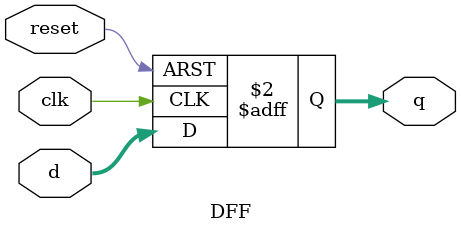
<source format=v>
module DFF #(
    parameter WIDTH = 8
) (
    input clk,
    reset,
    input [WIDTH-1:0] d,
    output reg [WIDTH-1:0] q
);
  always @(posedge clk, posedge reset)
    if (reset) q <= 0;
    else q <= d;
endmodule





</source>
